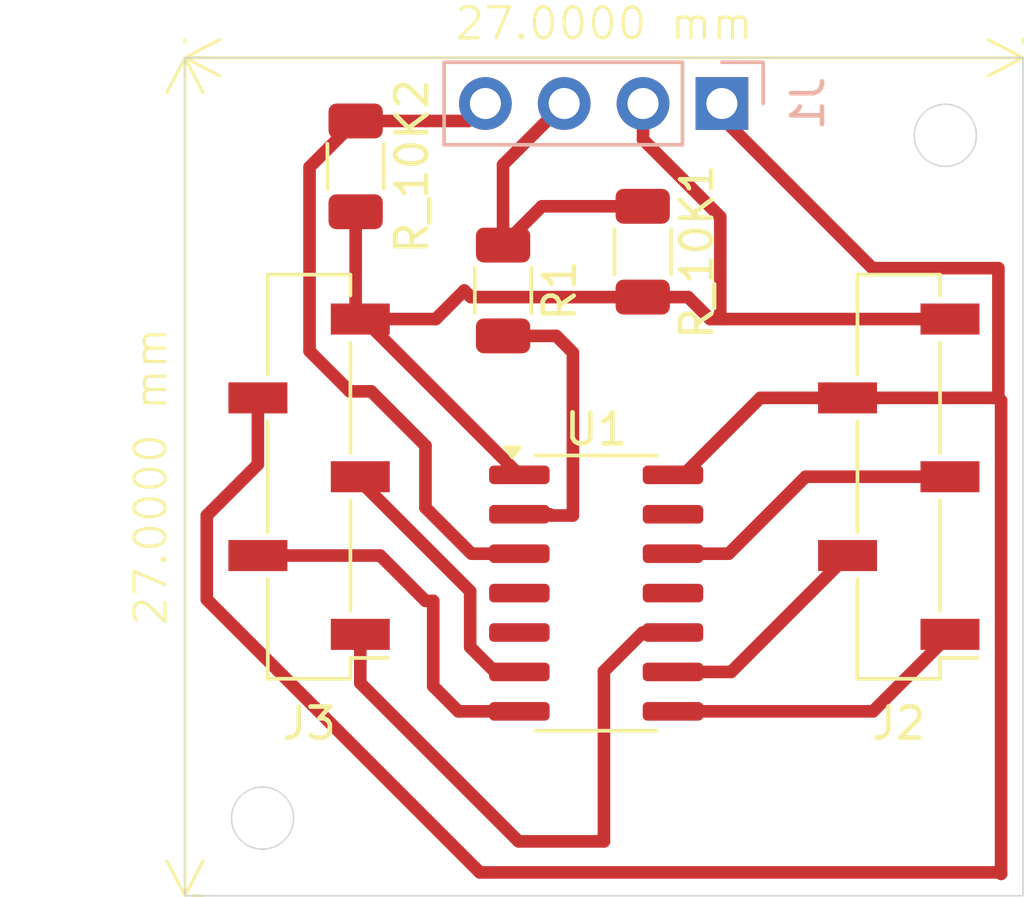
<source format=kicad_pcb>
(kicad_pcb (version 20240108) (generator "pcbnew") (generator_version "8.0")
  (layers (0 "F.Cu" signal) (31 "B.Cu" signal) (34 "B.Paste" user) (35 "F.Paste" user) (36 "B.SilkS" user "B.Silkscreen") (37 "F.SilkS" user "F.Silkscreen") (38 "B.Mask" user) (39 "F.Mask" user) (44 "Edge.Cuts" user))
  (net 0 "")
  (net 1 "S_SCL")
  (net 2 "S_SDA")
  (net 3 "+3.3V")
  (net 4 "ANALOG")
  (net 5 "H_SDA")
  (net 6 "H_SCL")
  (net 7 "TX")
  (net 8 "RX")
  (net 9 "UPDI")
  (net 14 "OLED_GND ")
  (net 15 "Net-(U1-PA4)")
  (footprint "Resistor_SMD:R_1206_3216Metric" (layer "F.Cu") (at 160.5 96.75 -90)
    (property "Reference" "R1" (at 0 -1.82 90) (layer "F.SilkS"))
    (property "Value" "0")
    (fp_line (start -0.727064 0.91) (end 0.727064 0.91) (stroke (width 0.12)) (layer "F.SilkS"))
    (fp_line (start -0.727064 -0.91) (end 0.727064 -0.91) (stroke (width 0.12)) (layer "F.SilkS"))
    (pad "1" smd roundrect (at -1.4625 0 270) (size 1.125 1.75) (layers "F.Cu" "F.Paste" "F.Mask") (roundrect_rratio 0.222222) (net 1 "S_SCL"))
    (pad "2" smd roundrect (at 1.4625 0 270) (size 1.125 1.75) (layers "F.Cu" "F.Paste" "F.Mask") (roundrect_rratio 0.222222) (net 15 "Net-(U1-PA4)"))
  )
  (footprint "Package_SO:SOIC-14_3.9x8.7mm_P1.27mm" (layer "F.Cu") (at 163.5 106.5)
    (property "Reference" "U1" (at 0 -5.28 0) (layer "F.SilkS"))
    (property "Value" "ATtiny1624-SS")
    (fp_line (start 0 -4.435) (end -1.95 -4.435) (stroke (width 0.12)) (layer "F.SilkS"))
    (fp_line (start 0 -4.435) (end 1.95 -4.435) (stroke (width 0.12)) (layer "F.SilkS"))
    (fp_line (start 0 4.435) (end -1.95 4.435) (stroke (width 0.12)) (layer "F.SilkS"))
    (fp_line (start 0 4.435) (end 1.95 4.435) (stroke (width 0.12)) (layer "F.SilkS"))
    (fp_poly (pts (xy -2.7 -4.37) (xy -2.94 -4.7) (xy -2.46 -4.7) (xy -2.7 -4.37)) (stroke (width 0.12)) (fill solid) (layer "F.SilkS"))
    (pad "1" smd roundrect (at -2.475 -3.81) (size 1.95 0.6) (layers "F.Cu" "F.Paste" "F.Mask") (net 3 "+3.3V"))
    (pad "2" smd roundrect (at -2.475 -2.54) (size 1.95 0.6) (layers "F.Cu" "F.Paste" "F.Mask") (net 15 "Net-(U1-PA4)"))
    (pad "3" smd roundrect (at -2.475 -1.27) (size 1.95 0.6) (layers "F.Cu" "F.Paste" "F.Mask") (net 2 "S_SDA"))
    (pad "4" smd roundrect (at -2.475 0) (size 1.95 0.6) (layers "F.Cu" "F.Paste" "F.Mask"))
    (pad "5" smd roundrect (at -2.475 1.27) (size 1.95 0.6) (layers "F.Cu" "F.Paste" "F.Mask"))
    (pad "6" smd roundrect (at -2.475 2.54) (size 1.95 0.6) (layers "F.Cu" "F.Paste" "F.Mask") (net 8 "RX"))
    (pad "7" smd roundrect (at -2.475 3.81) (size 1.95 0.6) (layers "F.Cu" "F.Paste" "F.Mask") (net 7 "TX"))
    (pad "8" smd roundrect (at 2.475 3.81) (size 1.95 0.6) (layers "F.Cu" "F.Paste" "F.Mask") (net 5 "H_SDA"))
    (pad "9" smd roundrect (at 2.475 2.54) (size 1.95 0.6) (layers "F.Cu" "F.Paste" "F.Mask") (net 6 "H_SCL"))
    (pad "10" smd roundrect (at 2.475 1.27) (size 1.95 0.6) (layers "F.Cu" "F.Paste" "F.Mask") (net 9 "UPDI"))
    (pad "11" smd roundrect (at 2.475 0) (size 1.95 0.6) (layers "F.Cu" "F.Paste" "F.Mask"))
    (pad "12" smd roundrect (at 2.475 -1.27) (size 1.95 0.6) (layers "F.Cu" "F.Paste" "F.Mask") (net 4 "ANALOG"))
    (pad "13" smd roundrect (at 2.475 -2.54) (size 1.95 0.6) (layers "F.Cu" "F.Paste" "F.Mask"))
    (pad "14" smd roundrect (at 2.475 -3.81) (size 1.95 0.6) (layers "F.Cu" "F.Paste" "F.Mask") (net 14 "OLED_GND "))
  )
  (footprint "Resistor_SMD:R_1206_3216Metric" (layer "F.Cu") (at 155.75 92.75 -90)
    (property "Reference" "R_10K2" (at 0 -1.82 90) (layer "F.SilkS"))
    (property "Value" "10K")
    (fp_line (start -0.727064 0.91) (end 0.727064 0.91) (stroke (width 0.12)) (layer "F.SilkS"))
    (fp_line (start -0.727064 -0.91) (end 0.727064 -0.91) (stroke (width 0.12)) (layer "F.SilkS"))
    (pad "1" smd roundrect (at -1.4625 0 270) (size 1.125 1.75) (layers "F.Cu" "F.Paste" "F.Mask") (roundrect_rratio 0.222222) (net 2 "S_SDA"))
    (pad "2" smd roundrect (at 1.4625 0 270) (size 1.125 1.75) (layers "F.Cu" "F.Paste" "F.Mask") (roundrect_rratio 0.222222) (net 3 "+3.3V"))
  )
  (footprint "Connector_PinSocket_2.54mm:PinSocket_1x05_P2.54mm_Vertical_SMD_Pin1Left" (layer "F.Cu") (at 154.25 102.75 180)
    (property "Reference" "J3" (at 0 -7.95 0) (layer "F.SilkS"))
    (property "Value" "PROG_DEBUG")
    (fp_line (start 1.33 3.3) (end 1.33 6.51) (stroke (width 0.12)) (layer "F.SilkS"))
    (fp_line (start 1.33 -1.78) (end 1.33 1.78) (stroke (width 0.12)) (layer "F.SilkS"))
    (fp_line (start 1.33 -6.51) (end 1.33 -3.3) (stroke (width 0.12)) (layer "F.SilkS"))
    (fp_line (start -1.33 6.51) (end 1.33 6.51) (stroke (width 0.12)) (layer "F.SilkS"))
    (fp_line (start -1.33 5.84) (end -1.33 6.51) (stroke (width 0.12)) (layer "F.SilkS"))
    (fp_line (start -1.33 0.76) (end -1.33 4.32) (stroke (width 0.12)) (layer "F.SilkS"))
    (fp_line (start -1.33 -4.32) (end -1.33 -0.76) (stroke (width 0.12)) (layer "F.SilkS"))
    (fp_line (start -1.33 -6.51) (end 1.33 -6.51) (stroke (width 0.12)) (layer "F.SilkS"))
    (fp_line (start -1.33 -6.51) (end -1.33 -5.84) (stroke (width 0.12)) (layer "F.SilkS"))
    (fp_line (start -2.54 -5.84) (end -1.33 -5.84) (stroke (width 0.12)) (layer "F.SilkS"))
    (pad "1" smd rect (at -1.65 -5.08 180) (size 1.9 1) (layers "F.Cu" "F.Paste" "F.Mask") (net 9 "UPDI"))
    (pad "2" smd rect (at 1.65 -2.54 180) (size 1.9 1) (layers "F.Cu" "F.Paste" "F.Mask") (net 7 "TX"))
    (pad "3" smd rect (at -1.65 0 180) (size 1.9 1) (layers "F.Cu" "F.Paste" "F.Mask") (net 8 "RX"))
    (pad "4" smd rect (at 1.65 2.54 180) (size 1.9 1) (layers "F.Cu" "F.Paste" "F.Mask") (net 14 "OLED_GND "))
    (pad "5" smd rect (at -1.65 5.08 180) (size 1.9 1) (layers "F.Cu" "F.Paste" "F.Mask") (net 3 "+3.3V"))
  )
  (footprint "Resistor_SMD:R_1206_3216Metric" (layer "F.Cu") (at 165 95.5 -90)
    (property "Reference" "R_10K1" (at 0 -1.75 90) (layer "F.SilkS"))
    (property "Value" "10K")
    (fp_line (start -0.727064 0.91) (end 0.727064 0.91) (stroke (width 0.12)) (layer "F.SilkS"))
    (fp_line (start -0.727064 -0.91) (end 0.727064 -0.91) (stroke (width 0.12)) (layer "F.SilkS"))
    (pad "1" smd roundrect (at -1.4625 0 270) (size 1.125 1.75) (layers "F.Cu" "F.Paste" "F.Mask") (roundrect_rratio 0.222222) (net 1 "S_SCL"))
    (pad "2" smd roundrect (at 1.4625 0 270) (size 1.125 1.75) (layers "F.Cu" "F.Paste" "F.Mask") (roundrect_rratio 0.222222) (net 3 "+3.3V"))
  )
  (footprint "Connector_PinSocket_2.54mm:PinSocket_1x05_P2.54mm_Vertical_SMD_Pin1Left" (layer "F.Cu") (at 173.25 102.75 180)
    (property "Reference" "J2" (at 0 -7.95 0) (layer "F.SilkS"))
    (property "Value" "Input")
    (fp_line (start 1.33 3.3) (end 1.33 6.51) (stroke (width 0.12)) (layer "F.SilkS"))
    (fp_line (start 1.33 -1.78) (end 1.33 1.78) (stroke (width 0.12)) (layer "F.SilkS"))
    (fp_line (start 1.33 -6.51) (end 1.33 -3.3) (stroke (width 0.12)) (layer "F.SilkS"))
    (fp_line (start -1.33 6.51) (end 1.33 6.51) (stroke (width 0.12)) (layer "F.SilkS"))
    (fp_line (start -1.33 5.84) (end -1.33 6.51) (stroke (width 0.12)) (layer "F.SilkS"))
    (fp_line (start -1.33 0.76) (end -1.33 4.32) (stroke (width 0.12)) (layer "F.SilkS"))
    (fp_line (start -1.33 -4.32) (end -1.33 -0.76) (stroke (width 0.12)) (layer "F.SilkS"))
    (fp_line (start -1.33 -6.51) (end 1.33 -6.51) (stroke (width 0.12)) (layer "F.SilkS"))
    (fp_line (start -1.33 -6.51) (end -1.33 -5.84) (stroke (width 0.12)) (layer "F.SilkS"))
    (fp_line (start -2.54 -5.84) (end -1.33 -5.84) (stroke (width 0.12)) (layer "F.SilkS"))
    (pad "1" smd rect (at -1.65 -5.08 180) (size 1.9 1) (layers "F.Cu" "F.Paste" "F.Mask") (net 5 "H_SDA"))
    (pad "2" smd rect (at 1.65 -2.54 180) (size 1.9 1) (layers "F.Cu" "F.Paste" "F.Mask") (net 6 "H_SCL"))
    (pad "3" smd rect (at -1.65 0 180) (size 1.9 1) (layers "F.Cu" "F.Paste" "F.Mask") (net 4 "ANALOG"))
    (pad "4" smd rect (at 1.65 2.54 180) (size 1.9 1) (layers "F.Cu" "F.Paste" "F.Mask") (net 14 "OLED_GND "))
    (pad "5" smd rect (at -1.65 5.08 180) (size 1.9 1) (layers "F.Cu" "F.Paste" "F.Mask") (net 3 "+3.3V"))
  )
  (footprint "Connector_PinSocket_2.54mm:PinSocket_1x04_P2.54mm_Vertical" (layer "B.Cu") (at 167.55 90.725 90)
    (property "Reference" "J1" (at 0 2.77 90) (layer "B.SilkS") (effects (justify mirror)))
    (property "Value" "OLED")
    (fp_line (start 1.33 -8.95) (end -1.33 -8.95) (stroke (width 0.12)) (layer "B.SilkS"))
    (fp_line (start 1.33 -8.95) (end 1.33 -1.27) (stroke (width 0.12)) (layer "B.SilkS"))
    (fp_line (start -1.33 -8.95) (end -1.33 -1.27) (stroke (width 0.12)) (layer "B.SilkS"))
    (fp_line (start 1.33 -1.27) (end -1.33 -1.27) (stroke (width 0.12)) (layer "B.SilkS"))
    (fp_line (start 1.33 0) (end 1.33 1.33) (stroke (width 0.12)) (layer "B.SilkS"))
    (fp_line (start 1.33 1.33) (end 0 1.33) (stroke (width 0.12)) (layer "B.SilkS"))
    (pad "1" thru_hole rect (at 0 0 90) (size 1.7 1.7) (drill 1) (layers "*.Cu" "*.Mask") (net 14 "OLED_GND "))
    (pad "2" thru_hole oval (at 0 -2.54 90) (size 1.7 1.7) (drill 1) (layers "*.Cu" "*.Mask") (net 3 "+3.3V"))
    (pad "3" thru_hole oval (at 0 -5.08 90) (size 1.7 1.7) (drill 1) (layers "*.Cu" "*.Mask") (net 1 "S_SCL"))
    (pad "4" thru_hole oval (at 0 -7.62 90) (size 1.7 1.7) (drill 1) (layers "*.Cu" "*.Mask") (net 2 "S_SDA"))
  )
  (gr_circle (center 152.75 113.75) (end 152.75 114.75) (stroke (width 0.05)) (fill none) (layer "Edge.Cuts"))
  (gr_line (start 151.158031 116.225057) (end 151.16 116.25) (stroke (width 0.05)) (layer "Edge.Cuts"))
  (gr_circle (center 174.75 91.75) (end 175.75 91.75) (stroke (width 0.05)) (fill none) (layer "Edge.Cuts"))
  (gr_rect (start 150.25 89.25) (end 177.25 116.25) (stroke (width 0.05)) (fill none) (layer "Edge.Cuts"))
  (dimension (type aligned) (layer "F.SilkS") (pts (xy 150 89.25) (xy 150 116.25)) (height -0.25) (gr_text "27.0000 mm" (at 149.15 102.75 90) (layer "F.SilkS") (effects (font (size 1 1) (thickness 0.1)))) (format (prefix "") (suffix "") (units 3) (units_format 1) (precision 4)) (style (thickness 0.1) (arrow_length 1.27) (text_position_mode 0) (extension_height 0.58642) (extension_offset 0.5) keep_text_aligned))
  (dimension (type aligned) (layer "F.SilkS") (pts (xy 150.25 89.25) (xy 177.25 89.25)) (height 0) (gr_text "27.0000 mm" (at 163.75 88.15 0) (layer "F.SilkS") (effects (font (size 1 1) (thickness 0.1)))) (format (prefix "") (suffix "") (units 3) (units_format 1) (precision 4)) (style (thickness 0.1) (arrow_length 1.27) (text_position_mode 0) (extension_height 0.58642) (extension_offset 0.5) keep_text_aligned))
  (segment (start 161.75 94.0375) (end 160.5 95.2875) (width 0.4064) (layer "F.Cu") (net 1))
  (segment (start 160.5 95.2875) (end 160.5 92.695) (width 0.4064) (layer "F.Cu") (net 1))
  (segment (start 165 94.0375) (end 161.75 94.0375) (width 0.4064) (layer "F.Cu") (net 1))
  (segment (start 160.5 92.695) (end 162.47 90.725) (width 0.4064) (layer "F.Cu") (net 1))
  (segment (start 162.5 90.755) (end 162.47 90.725) (width 0.4064) (layer "F.Cu") (net 1))
  (segment (start 155.5608 100) (end 154.2654 98.7046) (width 0.4064) (layer "F.Cu") (net 2))
  (segment (start 156.25 100) (end 155.5608 100) (width 0.4064) (layer "F.Cu") (net 2))
  (segment (start 158 91.2875) (end 159.3675 91.2875) (width 0.4064) (layer "F.Cu") (net 2))
  (segment (start 155.75 91.2875) (end 158 91.2875) (width 0.4064) (layer "F.Cu") (net 2))
  (segment (start 158 103.75) (end 158 101.75) (width 0.4064) (layer "F.Cu") (net 2))
  (segment (start 161.025 105.23) (end 159.48 105.23) (width 0.4064) (layer "F.Cu") (net 2))
  (segment (start 154.2654 98.7046) (end 154.2654 92.7721) (width 0.4064) (layer "F.Cu") (net 2))
  (segment (start 159.48 105.23) (end 158 103.75) (width 0.4064) (layer "F.Cu") (net 2))
  (segment (start 154.2654 92.7721) (end 155.75 91.2875) (width 0.4064) (layer "F.Cu") (net 2))
  (segment (start 159.3675 91.2875) (end 159.93 90.725) (width 0.4064) (layer "F.Cu") (net 2))
  (segment (start 158 101.75) (end 156.25 100) (width 0.4064) (layer "F.Cu") (net 2))
  (segment (start 161.025 102.69) (end 156.005 97.67) (width 0.4064) (layer "F.Cu") (net 3))
  (segment (start 158.33 97.67) (end 159.25 96.75) (width 0.4064) (layer "F.Cu") (net 3))
  (segment (start 165 96.9625) (end 166.4625 96.9625) (width 0.4064) (layer "F.Cu") (net 3))
  (segment (start 155.75 94.2125) (end 155.75 97.52) (width 0.4064) (layer "F.Cu") (net 3))
  (segment (start 155.9 97.67) (end 158.33 97.67) (width 0.4064) (layer "F.Cu") (net 3))
  (segment (start 165.01 91.887416) (end 167.5 94.377416) (width 0.4064) (layer "F.Cu") (net 3))
  (segment (start 167.5 97.67) (end 174.9 97.67) (width 0.4064) (layer "F.Cu") (net 3))
  (segment (start 155.75 97.52) (end 155.9 97.67) (width 0.4064) (layer "F.Cu") (net 3))
  (segment (start 156.005 97.67) (end 155.9 97.67) (width 0.4064) (layer "F.Cu") (net 3))
  (segment (start 167.17 97.67) (end 167.5 97.67) (width 0.4064) (layer "F.Cu") (net 3))
  (segment (start 165.01 90.725) (end 165.01 91.887416) (width 0.4064) (layer "F.Cu") (net 3))
  (segment (start 166.4625 96.9625) (end 167.17 97.67) (width 0.4064) (layer "F.Cu") (net 3))
  (segment (start 155.9 97.67) (end 156.07 97.5) (width 0.4064) (layer "F.Cu") (net 3))
  (segment (start 159.25 96.75) (end 159.4625 96.9625) (width 0.4064) (layer "F.Cu") (net 3))
  (segment (start 159.4625 96.9625) (end 165 96.9625) (width 0.4064) (layer "F.Cu") (net 3))
  (segment (start 167.5 94.377416) (end 167.5 97.67) (width 0.4064) (layer "F.Cu") (net 3))
  (segment (start 165.975 105.23) (end 167.77 105.23) (width 0.4064) (layer "F.Cu") (net 4))
  (segment (start 170.25 102.75) (end 174.9 102.75) (width 0.4064) (layer "F.Cu") (net 4))
  (segment (start 167.77 105.23) (end 170.25 102.75) (width 0.4064) (layer "F.Cu") (net 4))
  (segment (start 172.42 110.31) (end 174.9 107.83) (width 0.4064) (layer "F.Cu") (net 5))
  (segment (start 165.975 110.31) (end 172.42 110.31) (width 0.4064) (layer "F.Cu") (net 5))
  (segment (start 167.85 109.04) (end 171.6 105.29) (width 0.4064) (layer "F.Cu") (net 6))
  (segment (start 165.975 109.04) (end 167.85 109.04) (width 0.4064) (layer "F.Cu") (net 6))
  (segment (start 158 106.75) (end 156.54 105.29) (width 0.4064) (layer "F.Cu") (net 7))
  (segment (start 158.25 106.75) (end 158 106.75) (width 0.4064) (layer "F.Cu") (net 7))
  (segment (start 156.54 105.29) (end 152.6 105.29) (width 0.4064) (layer "F.Cu") (net 7))
  (segment (start 159.06 110.31) (end 158.25 109.5) (width 0.4064) (layer "F.Cu") (net 7))
  (segment (start 161.025 110.31) (end 159.06 110.31) (width 0.4064) (layer "F.Cu") (net 7))
  (segment (start 158.25 109.5) (end 158.25 106.75) (width 0.4064) (layer "F.Cu") (net 7))
  (segment (start 159.4404 106.4404) (end 159.4404 108.238794) (width 0.4064) (layer "F.Cu") (net 8))
  (segment (start 155.9 102.75) (end 155.9 102.9) (width 0.4064) (layer "F.Cu") (net 8))
  (segment (start 155.9 102.9) (end 159.4404 106.4404) (width 0.4064) (layer "F.Cu") (net 8))
  (segment (start 160.241606 109.04) (end 161.025 109.04) (width 0.4064) (layer "F.Cu") (net 8))
  (segment (start 159.4404 108.238794) (end 160.241606 109.04) (width 0.4064) (layer "F.Cu") (net 8))
  (segment (start 161 114.5) (end 163.75 114.5) (width 0.4064) (layer "F.Cu") (net 9))
  (segment (start 155.9 107.83) (end 155.9 109.4) (width 0.4064) (layer "F.Cu") (net 9))
  (segment (start 163.75 109.020001) (end 165.000001 107.77) (width 0.4064) (layer "F.Cu") (net 9))
  (segment (start 165.000001 107.77) (end 165.975 107.77) (width 0.4064) (layer "F.Cu") (net 9))
  (segment (start 163.75 114.5) (end 163.75 109.020001) (width 0.4064) (layer "F.Cu") (net 9))
  (segment (start 155.9 109.4) (end 161 114.5) (width 0.4064) (layer "F.Cu") (net 9))
  (segment (start 176.46 100.21) (end 176.5468 100.2968) (width 0.4064) (layer "F.Cu") (net 14))
  (segment (start 150.9532 104) (end 150.9532 106.7032) (width 0.4064) (layer "F.Cu") (net 14))
  (segment (start 176.5 115.5) (end 176.5468 115.5468) (width 0.4064) (layer "F.Cu") (net 14))
  (segment (start 168.79 100.21) (end 171.6 100.21) (width 0.4064) (layer "F.Cu") (net 14))
  (segment (start 172.4 96.03) (end 176.46 96.03) (width 0.4064) (layer "F.Cu") (net 14))
  (segment (start 176.5468 115.5468) (end 176.5468 100.2968) (width 0.4064) (layer "F.Cu") (net 14))
  (segment (start 167.55 90.725) (end 167.55 91.18) (width 0.4064) (layer "F.Cu") (net 14))
  (segment (start 152.6 100.21) (end 152.6 102.3532) (width 0.4064) (layer "F.Cu") (net 14))
  (segment (start 165.975 102.69) (end 166.31 102.69) (width 0.4064) (layer "F.Cu") (net 14))
  (segment (start 171.6 100.21) (end 176.46 100.21) (width 0.4064) (layer "F.Cu") (net 14))
  (segment (start 166.31 102.69) (end 168.79 100.21) (width 0.4064) (layer "F.Cu") (net 14))
  (segment (start 176.46 96.03) (end 176.46 100.21) (width 0.4064) (layer "F.Cu") (net 14))
  (segment (start 167.55 91.18) (end 172.4 96.03) (width 0.4064) (layer "F.Cu") (net 14))
  (segment (start 150.9532 106.7032) (end 159.75 115.5) (width 0.4064) (layer "F.Cu") (net 14))
  (segment (start 152.6 102.3532) (end 150.9532 104) (width 0.4064) (layer "F.Cu") (net 14))
  (segment (start 159.75 115.5) (end 176.5 115.5) (width 0.4064) (layer "F.Cu") (net 14))
  (segment (start 162.75 98.75) (end 162.75 104) (width 0.4064) (layer "F.Cu") (net 15))
  (segment (start 162.039999 104) (end 161.999999 103.96) (width 0.4064) (layer "F.Cu") (net 15))
  (segment (start 162.75 104) (end 162.039999 104) (width 0.4064) (layer "F.Cu") (net 15))
  (segment (start 162.2125 98.2125) (end 162.75 98.75) (width 0.4064) (layer "F.Cu") (net 15))
  (segment (start 161.999999 103.96) (end 161.025 103.96) (width 0.4064) (layer "F.Cu") (net 15))
  (segment (start 160.5 98.2125) (end 162.2125 98.2125) (width 0.4064) (layer "F.Cu") (net 15))
)
</source>
